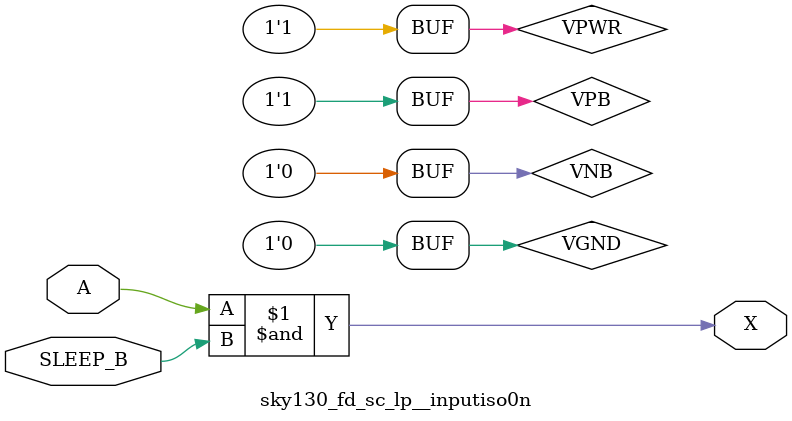
<source format=v>
/*
 * Copyright 2020 The SkyWater PDK Authors
 *
 * Licensed under the Apache License, Version 2.0 (the "License");
 * you may not use this file except in compliance with the License.
 * You may obtain a copy of the License at
 *
 *     https://www.apache.org/licenses/LICENSE-2.0
 *
 * Unless required by applicable law or agreed to in writing, software
 * distributed under the License is distributed on an "AS IS" BASIS,
 * WITHOUT WARRANTIES OR CONDITIONS OF ANY KIND, either express or implied.
 * See the License for the specific language governing permissions and
 * limitations under the License.
 *
 * SPDX-License-Identifier: Apache-2.0
*/


`ifndef SKY130_FD_SC_LP__INPUTISO0N_BEHAVIORAL_V
`define SKY130_FD_SC_LP__INPUTISO0N_BEHAVIORAL_V

/**
 * inputiso0n: Input isolator with inverted enable.
 *
 *             X = (A & SLEEP_B)
 *
 * Verilog simulation functional model.
 */

`timescale 1ns / 1ps
`default_nettype none

`celldefine
module sky130_fd_sc_lp__inputiso0n (
    X      ,
    A      ,
    SLEEP_B
);

    // Module ports
    output X      ;
    input  A      ;
    input  SLEEP_B;

    // Module supplies
    supply1 VPWR;
    supply0 VGND;
    supply1 VPB ;
    supply0 VNB ;

    //  Name  Output  Other arguments
    and and0 (X     , A, SLEEP_B     );

endmodule
`endcelldefine

`default_nettype wire
`endif  // SKY130_FD_SC_LP__INPUTISO0N_BEHAVIORAL_V
</source>
